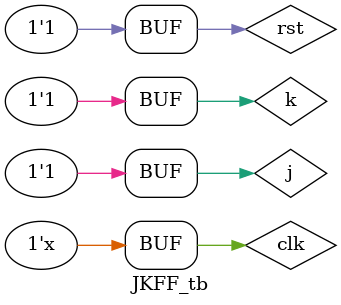
<source format=v>
module JKFF(
            input clk,rst,
            input j,k,
            output reg q,
            output qbar
            );

assign qbar=~q;

always @(posedge clk)
begin
if(!rst)
    q<=0;
    else
        begin
        case({j,k})
        0 : q<=q;
        1 : q<=0;
        2 : q<=1;
        3 : q<=~q;
        endcase
        end
end
endmodule

module JKFF_tb();
    reg clk,rst;
    reg j,k;
    wire q,qbar;

    //instantiation
    JKFF J1(clk,rst,j,k,q,qbar);

    initial
    clk=0;
    always #5 clk=~clk;

    initial
    begin
    rst=0;
#20; rst=1;
    end

    initial
    begin
    {j,k}=2'b00;#10;
    {j,k}=2'b01;#10;
    {j,k}=2'b10;#10;
    {j,k}=2'b11;#10;
    end

    initial
    $monitor("clk=%d,rst=%d,j=%d,k=%d,q=%d,qbar=%d,Time=%t",clk,rst,j,k,q,qbar,$time);
    endmodule

</source>
